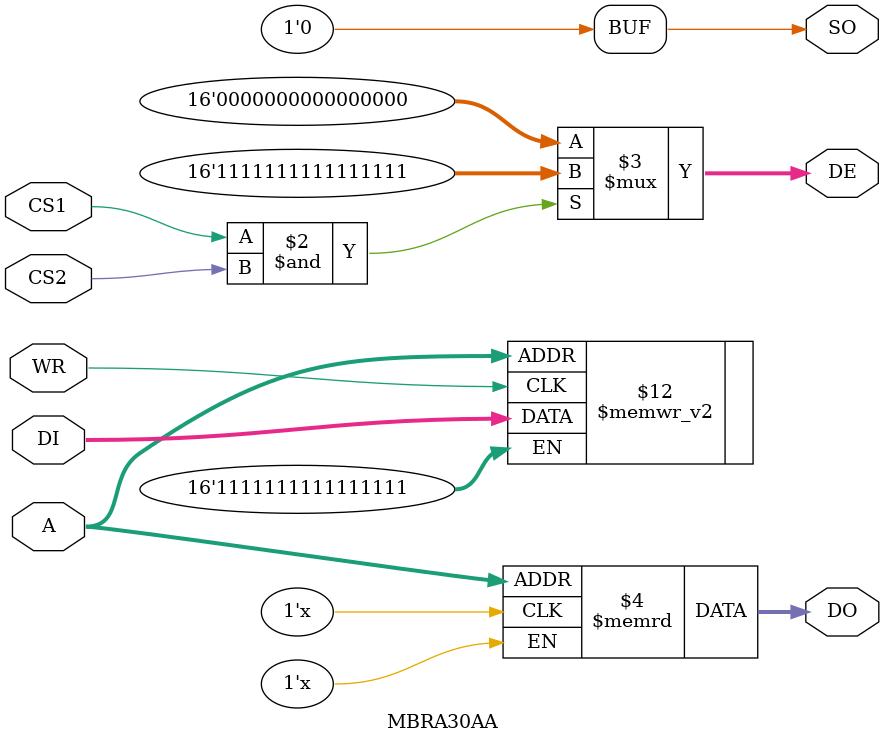
<source format=sv>

module MBRA30AA
(
    input WR,
    input CS1,
    input CS2,
    input [15:0] DI,
    input [6:0] A,
    output SO,
    output [15:0] DO,
    output [15:0] DE
);

reg [15:0] mem [127:0];

assign SO = 1'b0;
assign DE = CS1 & CS2 ? 16'b1111111111111111 : 16'b0000000000000000;
assign DO = mem[A];

always @(posedge WR) begin
    mem[A] <= DI;
end

endmodule


</source>
